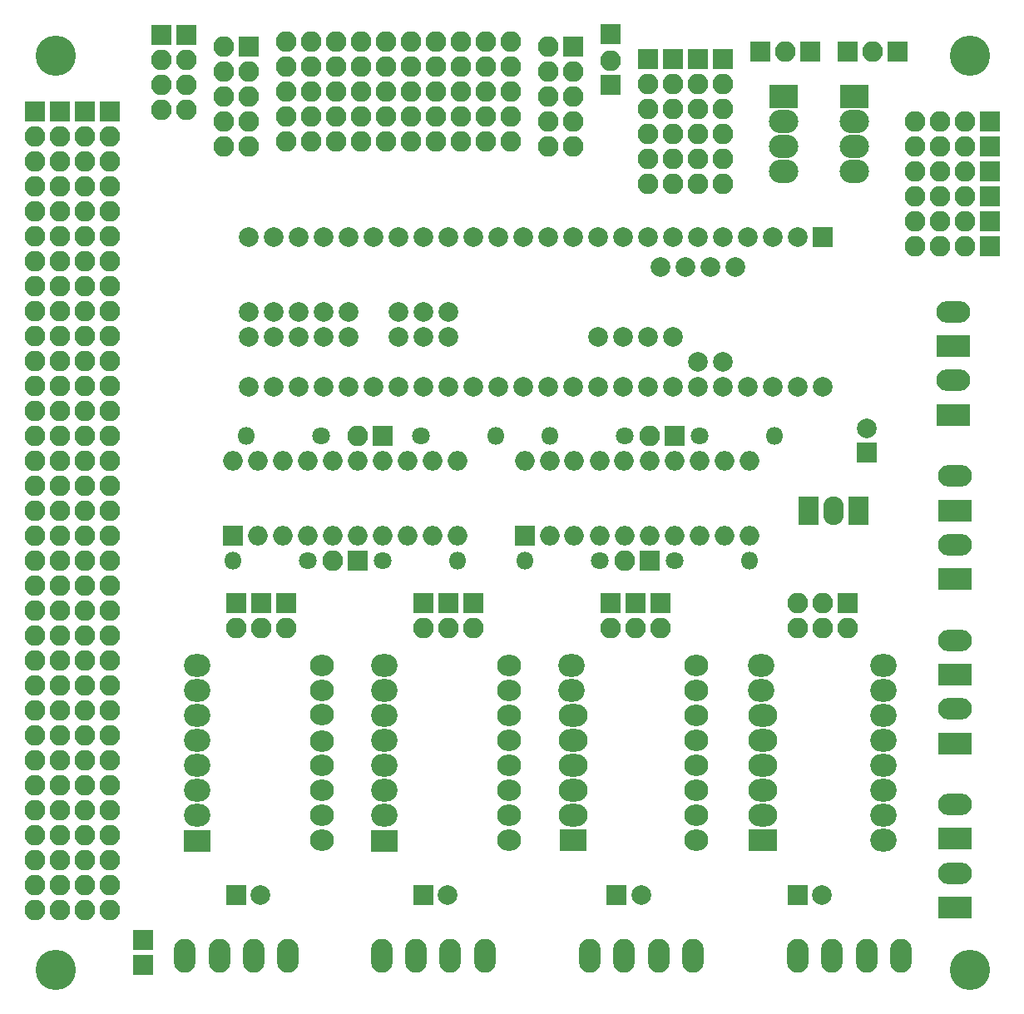
<source format=gbs>
G04 #@! TF.GenerationSoftware,KiCad,Pcbnew,(5.1.2)-1*
G04 #@! TF.CreationDate,2019-07-10T00:26:15-07:00*
G04 #@! TF.ProjectId,4Rose_t35_002a,34526f73-655f-4743-9335-5f303032612e,rev?*
G04 #@! TF.SameCoordinates,Original*
G04 #@! TF.FileFunction,Soldermask,Bot*
G04 #@! TF.FilePolarity,Negative*
%FSLAX46Y46*%
G04 Gerber Fmt 4.6, Leading zero omitted, Abs format (unit mm)*
G04 Created by KiCad (PCBNEW (5.1.2)-1) date 2019-07-10 00:26:15*
%MOMM*%
%LPD*%
G04 APERTURE LIST*
%ADD10C,4.100000*%
%ADD11O,2.100000X2.100000*%
%ADD12R,2.100000X2.100000*%
%ADD13C,2.000000*%
%ADD14R,2.000000X2.000000*%
%ADD15O,3.448000X2.200000*%
%ADD16R,3.448000X2.200000*%
%ADD17O,2.000000X2.000000*%
%ADD18R,2.100000X2.900000*%
%ADD19O,2.100000X2.900000*%
%ADD20O,2.200000X3.448000*%
%ADD21O,2.686000X2.305000*%
%ADD22O,2.432000X2.178000*%
%ADD23R,2.686000X2.178000*%
%ADD24O,2.940000X2.305000*%
%ADD25R,2.940000X2.305000*%
%ADD26C,1.800000*%
%ADD27O,1.800000X1.800000*%
%ADD28R,3.000000X2.400000*%
%ADD29O,3.000000X2.400000*%
G04 APERTURE END LIST*
D10*
X210546000Y-172700000D03*
X117546000Y-172700000D03*
X117546000Y-79700000D03*
X210546000Y-79700000D03*
D11*
X120472200Y-166624000D03*
X120472200Y-164084000D03*
X120472200Y-161544000D03*
X120472200Y-159004000D03*
X120472200Y-156464000D03*
X120472200Y-153924000D03*
X120472200Y-151384000D03*
X120472200Y-148844000D03*
X120472200Y-146304000D03*
X120472200Y-143764000D03*
X120472200Y-141224000D03*
X120472200Y-138684000D03*
X120472200Y-136144000D03*
X120472200Y-133604000D03*
X120472200Y-131064000D03*
X120472200Y-128524000D03*
X120472200Y-125984000D03*
X120472200Y-123444000D03*
X120472200Y-120904000D03*
X120472200Y-118364000D03*
X120472200Y-115824000D03*
X120472200Y-113284000D03*
X120472200Y-110744000D03*
X120472200Y-108204000D03*
X120472200Y-105664000D03*
X120472200Y-103124000D03*
X120472200Y-100584000D03*
X120472200Y-98044000D03*
X120472200Y-95504000D03*
X120472200Y-92964000D03*
X120472200Y-90424000D03*
X120472200Y-87884000D03*
D12*
X120472200Y-85344000D03*
D11*
X117932200Y-166624000D03*
X117932200Y-164084000D03*
X117932200Y-161544000D03*
X117932200Y-159004000D03*
X117932200Y-156464000D03*
X117932200Y-153924000D03*
X117932200Y-151384000D03*
X117932200Y-148844000D03*
X117932200Y-146304000D03*
X117932200Y-143764000D03*
X117932200Y-141224000D03*
X117932200Y-138684000D03*
X117932200Y-136144000D03*
X117932200Y-133604000D03*
X117932200Y-131064000D03*
X117932200Y-128524000D03*
X117932200Y-125984000D03*
X117932200Y-123444000D03*
X117932200Y-120904000D03*
X117932200Y-118364000D03*
X117932200Y-115824000D03*
X117932200Y-113284000D03*
X117932200Y-110744000D03*
X117932200Y-108204000D03*
X117932200Y-105664000D03*
X117932200Y-103124000D03*
X117932200Y-100584000D03*
X117932200Y-98044000D03*
X117932200Y-95504000D03*
X117932200Y-92964000D03*
X117932200Y-90424000D03*
X117932200Y-87884000D03*
D12*
X117932200Y-85344000D03*
X115392200Y-85344000D03*
D11*
X115392200Y-87884000D03*
X115392200Y-90424000D03*
X115392200Y-92964000D03*
X115392200Y-95504000D03*
X115392200Y-98044000D03*
X115392200Y-100584000D03*
X115392200Y-103124000D03*
X115392200Y-105664000D03*
X115392200Y-108204000D03*
X115392200Y-110744000D03*
X115392200Y-113284000D03*
X115392200Y-115824000D03*
X115392200Y-118364000D03*
X115392200Y-120904000D03*
X115392200Y-123444000D03*
X115392200Y-125984000D03*
X115392200Y-128524000D03*
X115392200Y-131064000D03*
X115392200Y-133604000D03*
X115392200Y-136144000D03*
X115392200Y-138684000D03*
X115392200Y-141224000D03*
X115392200Y-143764000D03*
X115392200Y-146304000D03*
X115392200Y-148844000D03*
X115392200Y-151384000D03*
X115392200Y-153924000D03*
X115392200Y-156464000D03*
X115392200Y-159004000D03*
X115392200Y-161544000D03*
X115392200Y-164084000D03*
X115392200Y-166624000D03*
D12*
X203200000Y-79248000D03*
D11*
X200660000Y-79248000D03*
D12*
X198120000Y-79248000D03*
D13*
X154990800Y-98171000D03*
X152450800Y-98171000D03*
X149910800Y-98171000D03*
X147370800Y-98171000D03*
X157530800Y-98171000D03*
X160070800Y-98171000D03*
X162610800Y-98171000D03*
X144830800Y-98171000D03*
X142290800Y-98171000D03*
X139750800Y-98171000D03*
X137210800Y-98171000D03*
X137210800Y-113411000D03*
X139750800Y-113411000D03*
X142290800Y-113411000D03*
X144830800Y-113411000D03*
X147370800Y-113411000D03*
X149910800Y-113411000D03*
X152450800Y-113411000D03*
X154990800Y-113411000D03*
X165150800Y-98171000D03*
X167690800Y-98171000D03*
X170230800Y-98171000D03*
X172770800Y-98171000D03*
X175310800Y-98171000D03*
X177850800Y-98171000D03*
X180390800Y-98171000D03*
X182930800Y-98171000D03*
X185470800Y-98171000D03*
X188010800Y-98171000D03*
X190550800Y-98171000D03*
X193090800Y-98171000D03*
D14*
X195630800Y-98171000D03*
D13*
X157530800Y-113411000D03*
X160070800Y-113411000D03*
X162610800Y-113411000D03*
X165150800Y-113411000D03*
X167690800Y-113411000D03*
X170230800Y-113411000D03*
X172770800Y-113411000D03*
X175310800Y-113411000D03*
X177850800Y-113411000D03*
X180390800Y-113411000D03*
X182930800Y-113411000D03*
X185470800Y-113411000D03*
X188010800Y-113411000D03*
X190550800Y-113411000D03*
X193090800Y-113411000D03*
X195630800Y-113411000D03*
X185470800Y-110871000D03*
X182930800Y-110871000D03*
X157530800Y-105791000D03*
X154990800Y-105791000D03*
X152450800Y-105791000D03*
X147370800Y-105791000D03*
X144830800Y-105791000D03*
X142290800Y-105791000D03*
X139750800Y-105791000D03*
X137210800Y-105791000D03*
X137210800Y-108331000D03*
X139750800Y-108331000D03*
X142290800Y-108331000D03*
X144830800Y-108331000D03*
X147370800Y-108331000D03*
X152450800Y-108331000D03*
X154990800Y-108331000D03*
X157530800Y-108331000D03*
X172770800Y-108331000D03*
X175310800Y-108331000D03*
X177850800Y-108331000D03*
X180390800Y-108331000D03*
X186740800Y-101171000D03*
X184200800Y-101171000D03*
X181660800Y-101171000D03*
X179120800Y-101171000D03*
D12*
X160020000Y-135382000D03*
D11*
X160020000Y-137922000D03*
D12*
X157480000Y-135382000D03*
D11*
X157480000Y-137922000D03*
D12*
X154940000Y-135382000D03*
D11*
X154940000Y-137922000D03*
D15*
X209054700Y-122443600D03*
D16*
X209054700Y-125943600D03*
D15*
X209054700Y-129443600D03*
D16*
X209054700Y-132943600D03*
D11*
X140970000Y-78232000D03*
X140970000Y-80772000D03*
X140970000Y-83312000D03*
X140970000Y-85852000D03*
X140970000Y-88392000D03*
D13*
X138390000Y-165100000D03*
D14*
X135890000Y-165100000D03*
X165252400Y-128524000D03*
D17*
X188112400Y-120904000D03*
X167792400Y-128524000D03*
X185572400Y-120904000D03*
X170302400Y-128524000D03*
X183032400Y-120904000D03*
X172902400Y-128524000D03*
X180492400Y-120904000D03*
X175412400Y-128524000D03*
X177982400Y-120904000D03*
X177952400Y-128524000D03*
X175382400Y-120904000D03*
X180492400Y-128524000D03*
X172912400Y-120904000D03*
X183032400Y-128524000D03*
X170292400Y-120904000D03*
X185572400Y-128524000D03*
X167792400Y-120904000D03*
X188112400Y-128524000D03*
X165252400Y-120904000D03*
D14*
X174625000Y-165100000D03*
D13*
X177125000Y-165100000D03*
D14*
X154940000Y-165100000D03*
D13*
X157440000Y-165100000D03*
D14*
X193040000Y-165100000D03*
D13*
X195540000Y-165100000D03*
D14*
X200101200Y-120065800D03*
D13*
X200101200Y-117565800D03*
D18*
X199237600Y-125958600D03*
D19*
X196697600Y-125958600D03*
D18*
X194157600Y-125958600D03*
D11*
X148590000Y-78232000D03*
X148590000Y-80772000D03*
X148590000Y-83312000D03*
X148590000Y-85852000D03*
X148590000Y-88392000D03*
X151130000Y-78232000D03*
X151130000Y-80772000D03*
X151130000Y-83312000D03*
X151130000Y-85852000D03*
X151130000Y-88392000D03*
X153670000Y-78232000D03*
X153670000Y-80772000D03*
X153670000Y-83312000D03*
X153670000Y-85852000D03*
X153670000Y-88392000D03*
X156210000Y-78232000D03*
X156210000Y-80772000D03*
X156210000Y-83312000D03*
X156210000Y-85852000D03*
X156210000Y-88392000D03*
X158750000Y-78232000D03*
X158750000Y-80772000D03*
X158750000Y-83312000D03*
X158750000Y-85852000D03*
X158750000Y-88392000D03*
X161290000Y-78232000D03*
X161290000Y-80772000D03*
X161290000Y-83312000D03*
X161290000Y-85852000D03*
X161290000Y-88392000D03*
X163830000Y-78232000D03*
X163830000Y-80772000D03*
X163830000Y-83312000D03*
X163830000Y-85852000D03*
X163830000Y-88392000D03*
X146050000Y-78232000D03*
X146050000Y-80772000D03*
X146050000Y-83312000D03*
X146050000Y-85852000D03*
X146050000Y-88392000D03*
X143510000Y-78232000D03*
X143510000Y-80772000D03*
X143510000Y-83312000D03*
X143510000Y-85852000D03*
X143510000Y-88392000D03*
D16*
X209071557Y-166370000D03*
D15*
X209071557Y-162870000D03*
D16*
X209071557Y-159370000D03*
D15*
X209071557Y-155870000D03*
D20*
X130683000Y-171323000D03*
X134183000Y-171323000D03*
X137683000Y-171323000D03*
X141183000Y-171323000D03*
X193040000Y-171323000D03*
X196540000Y-171323000D03*
X200040000Y-171323000D03*
X203540000Y-171323000D03*
X150698200Y-171323000D03*
X154198200Y-171323000D03*
X157698200Y-171323000D03*
X161198200Y-171323000D03*
D16*
X208915000Y-116230400D03*
D15*
X208915000Y-112730400D03*
D16*
X208915000Y-109230400D03*
D15*
X208915000Y-105730400D03*
D20*
X171881800Y-171323000D03*
X175381800Y-171323000D03*
X178881800Y-171323000D03*
X182381800Y-171323000D03*
D12*
X140970000Y-135382000D03*
D11*
X140970000Y-137922000D03*
D12*
X138430000Y-135382000D03*
D11*
X138430000Y-137922000D03*
D12*
X135890000Y-135382000D03*
D11*
X135890000Y-137922000D03*
D21*
X131953000Y-146812000D03*
D22*
X144653000Y-146735800D03*
D21*
X131953000Y-149352000D03*
X131953000Y-144272000D03*
X131953000Y-141732000D03*
D22*
X144653000Y-141732000D03*
X144653000Y-144272000D03*
X144653000Y-149428200D03*
X144653000Y-151892000D03*
X144653000Y-154432000D03*
X144653000Y-156972000D03*
X144653000Y-159512000D03*
D21*
X131953000Y-151892000D03*
X131953000Y-154432000D03*
X131953000Y-156972000D03*
D23*
X131953000Y-159639000D03*
D21*
X151003000Y-146812000D03*
D22*
X163703000Y-146812000D03*
D21*
X151003000Y-149352000D03*
X151003000Y-144272000D03*
X151003000Y-141732000D03*
D22*
X163703000Y-141732000D03*
X163703000Y-144272000D03*
X163703000Y-149352000D03*
X163703000Y-151892000D03*
X163703000Y-154432000D03*
X163703000Y-156972000D03*
X163703000Y-159512000D03*
D21*
X151003000Y-151892000D03*
X151003000Y-154432000D03*
X151003000Y-156972000D03*
D23*
X151003000Y-159639000D03*
D24*
X170180000Y-146812000D03*
D22*
X182753000Y-146812000D03*
D24*
X170180000Y-149352000D03*
D21*
X170053000Y-144272000D03*
X170053000Y-141732000D03*
D22*
X182753000Y-141732000D03*
X182753000Y-144272000D03*
X182753000Y-149352000D03*
X182753000Y-151892000D03*
X182753000Y-154432000D03*
X182753000Y-156972000D03*
X182753000Y-159512000D03*
D24*
X170180000Y-151892000D03*
X170180000Y-154432000D03*
X170180000Y-156972000D03*
D23*
X170180000Y-159512000D03*
D12*
X194310000Y-79248000D03*
D11*
X191770000Y-79248000D03*
D12*
X189230000Y-79248000D03*
X173990000Y-77512000D03*
D11*
X173990000Y-80222000D03*
D12*
X173990000Y-82677000D03*
X179070000Y-135382000D03*
D11*
X179070000Y-137922000D03*
D12*
X176530000Y-135382000D03*
D11*
X176530000Y-137922000D03*
D12*
X173990000Y-135382000D03*
D11*
X173990000Y-137922000D03*
D24*
X189484000Y-146812000D03*
D21*
X201803000Y-146812000D03*
D24*
X189484000Y-149352000D03*
D21*
X189357000Y-144272000D03*
X189357000Y-141732000D03*
X201803000Y-141732000D03*
X201803000Y-144272000D03*
X201803000Y-149352000D03*
X201803000Y-151892000D03*
X201803000Y-154432000D03*
X201803000Y-156972000D03*
X201803000Y-159512000D03*
D24*
X189484000Y-151892000D03*
X189484000Y-154432000D03*
X189484000Y-156972000D03*
D25*
X189484000Y-159512000D03*
D16*
X209092800Y-149656800D03*
D15*
X209092800Y-146156800D03*
D16*
X209092800Y-142656800D03*
D15*
X209092800Y-139156800D03*
D17*
X135585200Y-120904000D03*
X158445200Y-128524000D03*
X138125200Y-120904000D03*
X155905200Y-128524000D03*
X140665200Y-120904000D03*
X153365200Y-128524000D03*
X143205200Y-120904000D03*
X150825200Y-128524000D03*
X145745200Y-120904000D03*
X148285200Y-128524000D03*
X148285200Y-120904000D03*
X145745200Y-128524000D03*
X150825200Y-120904000D03*
X143205200Y-128524000D03*
X153365200Y-120904000D03*
X140665200Y-128524000D03*
X155905200Y-120904000D03*
X138125200Y-128524000D03*
X158445200Y-120904000D03*
D14*
X135585200Y-128524000D03*
D11*
X193040000Y-137922000D03*
X193040000Y-135382000D03*
X195580000Y-137922000D03*
X195580000Y-135382000D03*
X198120000Y-137922000D03*
D12*
X198120000Y-135382000D03*
X148297900Y-131064000D03*
D11*
X145757900Y-131064000D03*
X148285200Y-118402100D03*
D12*
X150825200Y-118402100D03*
X177952400Y-131064000D03*
D11*
X175412400Y-131064000D03*
X177952400Y-118364000D03*
D12*
X180492400Y-118364000D03*
D26*
X143205200Y-131064000D03*
D27*
X135585200Y-131064000D03*
X158445200Y-131064000D03*
D26*
X150825200Y-131064000D03*
X144526000Y-118402100D03*
D27*
X136906000Y-118402100D03*
X162300920Y-118402100D03*
D26*
X154680920Y-118402100D03*
X172872400Y-131064000D03*
D27*
X165252400Y-131064000D03*
X188112400Y-131064000D03*
D26*
X180492400Y-131064000D03*
X175412400Y-118364000D03*
D27*
X167792400Y-118364000D03*
X190652400Y-118364000D03*
D26*
X183032400Y-118364000D03*
D12*
X126428500Y-172224700D03*
X126428500Y-169684700D03*
X123012200Y-85344000D03*
D11*
X123012200Y-87884000D03*
X123012200Y-90424000D03*
X123012200Y-92964000D03*
X123012200Y-95504000D03*
X123012200Y-98044000D03*
X123012200Y-100584000D03*
X123012200Y-103124000D03*
X123012200Y-105664000D03*
X123012200Y-108204000D03*
X123012200Y-110744000D03*
X123012200Y-113284000D03*
X123012200Y-115824000D03*
X123012200Y-118364000D03*
X123012200Y-120904000D03*
X123012200Y-123444000D03*
X123012200Y-125984000D03*
X123012200Y-128524000D03*
X123012200Y-131064000D03*
X123012200Y-133604000D03*
X123012200Y-136144000D03*
X123012200Y-138684000D03*
X123012200Y-141224000D03*
X123012200Y-143764000D03*
X123012200Y-146304000D03*
X123012200Y-148844000D03*
X123012200Y-151384000D03*
X123012200Y-153924000D03*
X123012200Y-156464000D03*
X123012200Y-159004000D03*
X123012200Y-161544000D03*
X123012200Y-164084000D03*
X123012200Y-166624000D03*
D12*
X130810000Y-77597000D03*
D11*
X130810000Y-80137000D03*
X130810000Y-82677000D03*
X130810000Y-85217000D03*
D12*
X128270000Y-77597000D03*
D11*
X128270000Y-80137000D03*
X128270000Y-82677000D03*
X128270000Y-85217000D03*
D12*
X177800000Y-80010000D03*
D11*
X177800000Y-82550000D03*
X177800000Y-85090000D03*
X177800000Y-87630000D03*
X177800000Y-90170000D03*
X177800000Y-92710000D03*
X204978000Y-86360000D03*
X207518000Y-86360000D03*
X210058000Y-86360000D03*
D12*
X212598000Y-86360000D03*
X212598000Y-88900000D03*
D11*
X210058000Y-88900000D03*
X207518000Y-88900000D03*
X204978000Y-88900000D03*
X182880000Y-92710000D03*
X182880000Y-90170000D03*
X182880000Y-87630000D03*
X182880000Y-85090000D03*
X182880000Y-82550000D03*
D12*
X182880000Y-80010000D03*
D11*
X185420000Y-92710000D03*
X185420000Y-90170000D03*
X185420000Y-87630000D03*
X185420000Y-85090000D03*
X185420000Y-82550000D03*
D12*
X185420000Y-80010000D03*
X180340000Y-80010000D03*
D11*
X180340000Y-82550000D03*
X180340000Y-85090000D03*
X180340000Y-87630000D03*
X180340000Y-90170000D03*
X180340000Y-92710000D03*
X204978000Y-93980000D03*
X207518000Y-93980000D03*
X210058000Y-93980000D03*
D12*
X212598000Y-93980000D03*
D11*
X204978000Y-91440000D03*
X207518000Y-91440000D03*
X210058000Y-91440000D03*
D12*
X212598000Y-91440000D03*
X212598000Y-96520000D03*
D11*
X210058000Y-96520000D03*
X207518000Y-96520000D03*
X204978000Y-96520000D03*
X204978000Y-99060000D03*
X207518000Y-99060000D03*
X210058000Y-99060000D03*
D12*
X212598000Y-99060000D03*
D28*
X198780400Y-83820000D03*
D29*
X198780400Y-86360000D03*
X198780400Y-88900000D03*
X198780400Y-91440000D03*
X191643000Y-91440000D03*
X191643000Y-88900000D03*
X191643000Y-86360000D03*
D28*
X191643000Y-83820000D03*
D11*
X167640000Y-88900000D03*
X170180000Y-88900000D03*
X167640000Y-86360000D03*
X170180000Y-86360000D03*
X167640000Y-83820000D03*
X170180000Y-83820000D03*
X167640000Y-81280000D03*
X170180000Y-81280000D03*
X167640000Y-78740000D03*
D12*
X170180000Y-78740000D03*
D11*
X134620000Y-88900000D03*
X137160000Y-88900000D03*
X134620000Y-86360000D03*
X137160000Y-86360000D03*
X134620000Y-83820000D03*
X137160000Y-83820000D03*
X134620000Y-81280000D03*
X137160000Y-81280000D03*
X134620000Y-78740000D03*
D12*
X137160000Y-78740000D03*
M02*

</source>
